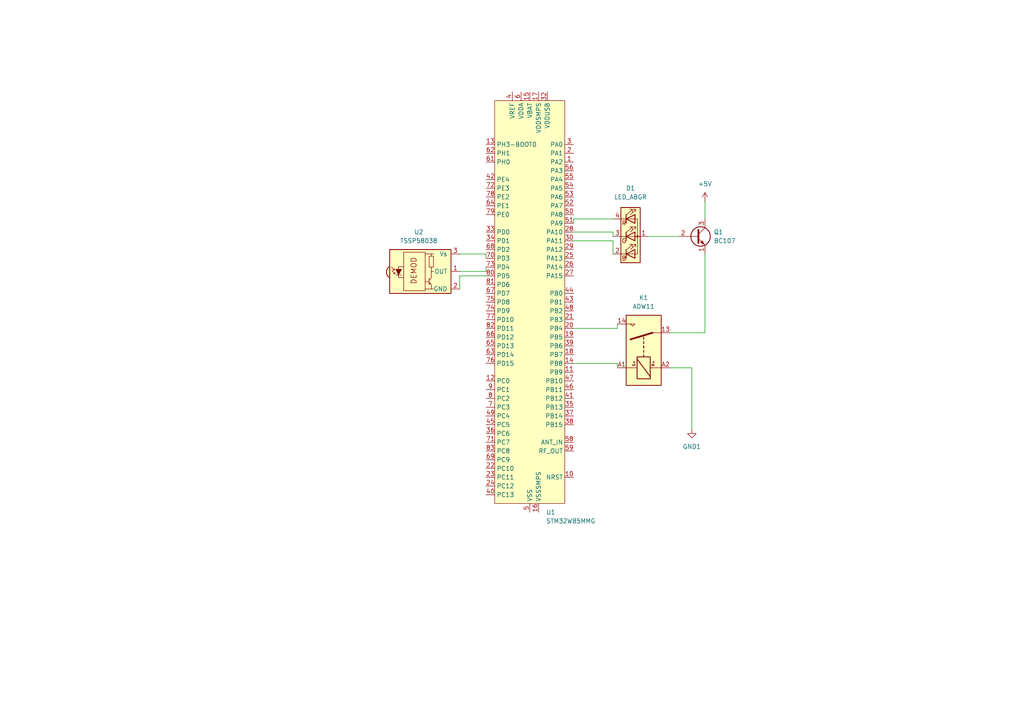
<source format=kicad_sch>
(kicad_sch (version 20250114) (generator "eeschema") (generator_version "9.0")
  (paper "A4")
  (lib_symbols
    (symbol "Device:LED_ABGR" (pin_names (offset 0) (hide yes))
      (property "Reference" "D" (at 0 9.398 0))
      (property "Value" "LED_ABGR" (at 0 -8.89 0))
      (symbol "LED_ABGR_0_0"
        (text "R" (at -1.905 3.81 0) (effects (font (size 1.27 1.27))))
        (text "G" (at -1.905 -1.27 0) (effects (font (size 1.27 1.27))))
        (text "B" (at -1.905 -6.35 0) (effects (font (size 1.27 1.27))))
      )
      (symbol "LED_ABGR_0_1"
        (polyline (pts (xy -1.27 6.35) (xy -1.27 3.81)) (stroke (width 0.254)))
        (polyline (pts (xy -1.27 6.35) (xy -1.27 3.81) (xy -1.27 3.81)))
        (polyline (pts (xy -1.27 5.08) (xy -2.54 5.08)))
        (polyline (pts (xy -1.27 5.08) (xy 1.27 5.08)))
        (polyline (pts (xy -1.27 1.27) (xy -1.27 -1.27)) (stroke (width 0.254)))
        (polyline (pts (xy -1.27 1.27) (xy -1.27 -1.27) (xy -1.27 -1.27)))
        (polyline (pts (xy -1.27 0) (xy -2.54 0)))
        (polyline (pts (xy -1.27 -3.81) (xy -1.27 -6.35)) (stroke (width 0.254)))
        (polyline (pts (xy -1.27 -5.08) (xy -2.54 -5.08)))
        (polyline (pts (xy -1.27 -5.08) (xy 1.27 -5.08)))
        (polyline (pts (xy -1.016 6.35) (xy 0.508 7.874) (xy -0.254 7.874) (xy 0.508 7.874) (xy 0.508 7.112)))
        (polyline (pts (xy -1.016 1.27) (xy 0.508 2.794) (xy -0.254 2.794) (xy 0.508 2.794) (xy 0.508 2.032)))
        (polyline (pts (xy -1.016 -3.81) (xy 0.508 -2.286) (xy -0.254 -2.286) (xy 0.508 -2.286) (xy 0.508 -3.048)))
        (polyline (pts (xy 0 6.35) (xy 1.524 7.874) (xy 0.762 7.874) (xy 1.524 7.874) (xy 1.524 7.112)))
        (polyline (pts (xy 0 1.27) (xy 1.524 2.794) (xy 0.762 2.794) (xy 1.524 2.794) (xy 1.524 2.032)))
        (polyline (pts (xy 0 -3.81) (xy 1.524 -2.286) (xy 0.762 -2.286) (xy 1.524 -2.286) (xy 1.524 -3.048)))
        (polyline (pts (xy 1.27 6.35) (xy 1.27 3.81) (xy -1.27 5.08) (xy 1.27 6.35)) (stroke (width 0.254)))
        (rectangle (start 1.27 6.35) (end 1.27 6.35))
        (rectangle (start 1.27 3.81) (end 1.27 6.35))
        (polyline (pts (xy 1.27 1.27) (xy 1.27 -1.27) (xy -1.27 0) (xy 1.27 1.27)) (stroke (width 0.254)))
        (rectangle (start 1.27 1.27) (end 1.27 1.27))
        (polyline (pts (xy 1.27 0) (xy -1.27 0)))
        (polyline (pts (xy 1.27 0) (xy 2.54 0)))
        (rectangle (start 1.27 -1.27) (end 1.27 1.27))
        (polyline (pts (xy 1.27 -3.81) (xy 1.27 -6.35) (xy -1.27 -5.08) (xy 1.27 -3.81)) (stroke (width 0.254)))
        (polyline (pts (xy 1.27 -5.08) (xy 2.032 -5.08) (xy 2.032 5.08) (xy 1.27 5.08)))
        (circle (center 2.032 0) (radius 0.254) (fill (type outline)))
        (rectangle (start 2.794 8.382) (end -2.794 -7.62) (stroke (width 0.254)) (fill (type background)))
      )
      (symbol "LED_ABGR_1_1"
        (pin passive line (at -5.08 5.08 0) (length 2.54) (name "RK") (number "4"))
        (pin passive line (at -5.08 0 0) (length 2.54) (name "GK") (number "3"))
        (pin passive line (at -5.08 -5.08 0) (length 2.54) (name "BK") (number "2"))
        (pin passive line (at 5.08 0 180) (length 2.54) (name "A") (number "1"))
      )
    )
    (symbol "RF_Module:STM32WB5MMG"
      (property "Reference" "U" (at 7.62 59.69 0))
      (property "Value" "STM32WB5MMG" (at 10.16 -59.69 0))
      (symbol "STM32WB5MMG_1_1"
        (rectangle (start -10.16 58.42) (end 10.16 -58.42) (fill (type background)))
        (pin bidirectional line (at -12.7 45.72 0) (length 2.54) (name "PH3-BOOT0") (number "13"))
        (pin bidirectional line (at -12.7 43.18 0) (length 2.54) (name "PH1") (number "62"))
        (pin bidirectional line (at -12.7 40.64 0) (length 2.54) (name "PH0") (number "61"))
        (pin bidirectional line (at -12.7 35.56 0) (length 2.54) (name "PE4") (number "42"))
        (pin bidirectional line (at -12.7 33.02 0) (length 2.54) (name "PE3") (number "72"))
        (pin bidirectional line (at -12.7 30.48 0) (length 2.54) (name "PE2") (number "78"))
        (pin bidirectional line (at -12.7 27.94 0) (length 2.54) (name "PE1") (number "64"))
        (pin bidirectional line (at -12.7 25.4 0) (length 2.54) (name "PE0") (number "79"))
        (pin bidirectional line (at -12.7 20.32 0) (length 2.54) (name "PD0") (number "33"))
        (pin bidirectional line (at -12.7 17.78 0) (length 2.54) (name "PD1") (number "34"))
        (pin bidirectional line (at -12.7 15.24 0) (length 2.54) (name "PD2") (number "68"))
        (pin bidirectional line (at -12.7 12.7 0) (length 2.54) (name "PD3") (number "70"))
        (pin bidirectional line (at -12.7 10.16 0) (length 2.54) (name "PD4") (number "73"))
        (pin bidirectional line (at -12.7 7.62 0) (length 2.54) (name "PD5") (number "80"))
        (pin bidirectional line (at -12.7 5.08 0) (length 2.54) (name "PD6") (number "81"))
        (pin bidirectional line (at -12.7 2.54 0) (length 2.54) (name "PD7") (number "67"))
        (pin bidirectional line (at -12.7 0 0) (length 2.54) (name "PD8") (number "75"))
        (pin bidirectional line (at -12.7 -2.54 0) (length 2.54) (name "PD9") (number "74"))
        (pin bidirectional line (at -12.7 -5.08 0) (length 2.54) (name "PD10") (number "77"))
        (pin bidirectional line (at -12.7 -7.62 0) (length 2.54) (name "PD11") (number "82"))
        (pin bidirectional line (at -12.7 -10.16 0) (length 2.54) (name "PD12") (number "66"))
        (pin bidirectional line (at -12.7 -12.7 0) (length 2.54) (name "PD13") (number "65"))
        (pin bidirectional line (at -12.7 -15.24 0) (length 2.54) (name "PD14") (number "63"))
        (pin bidirectional line (at -12.7 -17.78 0) (length 2.54) (name "PD15") (number "76"))
        (pin bidirectional line (at -12.7 -22.86 0) (length 2.54) (name "PC0") (number "12"))
        (pin bidirectional line (at -12.7 -25.4 0) (length 2.54) (name "PC1") (number "9"))
        (pin bidirectional line (at -12.7 -27.94 0) (length 2.54) (name "PC2") (number "8"))
        (pin bidirectional line (at -12.7 -30.48 0) (length 2.54) (name "PC3") (number "7"))
        (pin bidirectional line (at -12.7 -33.02 0) (length 2.54) (name "PC4") (number "49"))
        (pin bidirectional line (at -12.7 -35.56 0) (length 2.54) (name "PC5") (number "45"))
        (pin bidirectional line (at -12.7 -38.1 0) (length 2.54) (name "PC6") (number "36"))
        (pin bidirectional line (at -12.7 -40.64 0) (length 2.54) (name "PC7") (number "71"))
        (pin bidirectional line (at -12.7 -43.18 0) (length 2.54) (name "PC8") (number "83"))
        (pin bidirectional line (at -12.7 -45.72 0) (length 2.54) (name "PC9") (number "69"))
        (pin bidirectional line (at -12.7 -48.26 0) (length 2.54) (name "PC10") (number "22"))
        (pin bidirectional line (at -12.7 -50.8 0) (length 2.54) (name "PC11") (number "23"))
        (pin bidirectional line (at -12.7 -53.34 0) (length 2.54) (name "PC12") (number "24"))
        (pin bidirectional line (at -12.7 -55.88 0) (length 2.54) (name "PC13") (number "40"))
        (pin input line (at -5.08 60.96 270) (length 2.54) (name "VREF") (number "4"))
        (pin power_in line (at -2.54 60.96 270) (length 2.54) (name "VDDA") (number "6"))
        (pin power_in line (at 0 60.96 270) (length 2.54) (name "VBAT") (number "15"))
        (pin passive line (at 0 -60.96 90) (length 2.54) (hide yes) (name "VSS") (number "31"))
        (pin power_in line (at 0 -60.96 90) (length 2.54) (name "VSS") (number "5"))
        (pin passive line (at 0 -60.96 90) (length 2.54) (hide yes) (name "VSS") (number "57"))
        (pin passive line (at 0 -60.96 90) (length 2.54) (hide yes) (name "VSS") (number "60"))
        (pin passive line (at 0 -60.96 90) (length 2.54) (hide yes) (name "VSS") (number "84"))
        (pin passive line (at 0 -60.96 90) (length 2.54) (hide yes) (name "VSS") (number "86"))
        (pin power_in line (at 2.54 60.96 270) (length 2.54) (name "VDDSMPS") (number "17"))
        (pin power_in line (at 2.54 -60.96 90) (length 2.54) (name "VSSSMPS") (number "16"))
        (pin power_in line (at 5.08 60.96 270) (length 2.54) (name "VDDUSB") (number "32"))
        (pin no_connect line (at 10.16 -45.72 180) (length 2.54) (hide yes) (name "ANT_NC") (number "85"))
        (pin bidirectional line (at 12.7 45.72 180) (length 2.54) (name "PA0") (number "3"))
        (pin bidirectional line (at 12.7 43.18 180) (length 2.54) (name "PA1") (number "2"))
        (pin bidirectional line (at 12.7 40.64 180) (length 2.54) (name "PA2") (number "1"))
        (pin bidirectional line (at 12.7 38.1 180) (length 2.54) (name "PA3") (number "56"))
        (pin bidirectional line (at 12.7 35.56 180) (length 2.54) (name "PA4") (number "55"))
        (pin bidirectional line (at 12.7 33.02 180) (length 2.54) (name "PA5") (number "54"))
        (pin bidirectional line (at 12.7 30.48 180) (length 2.54) (name "PA6") (number "53"))
        (pin bidirectional line (at 12.7 27.94 180) (length 2.54) (name "PA7") (number "52"))
        (pin bidirectional line (at 12.7 25.4 180) (length 2.54) (name "PA8") (number "50"))
        (pin bidirectional line (at 12.7 22.86 180) (length 2.54) (name "PA9") (number "51"))
        (pin bidirectional line (at 12.7 20.32 180) (length 2.54) (name "PA10") (number "28"))
        (pin bidirectional line (at 12.7 17.78 180) (length 2.54) (name "PA11") (number "30"))
        (pin bidirectional line (at 12.7 15.24 180) (length 2.54) (name "PA12") (number "29"))
        (pin bidirectional line (at 12.7 12.7 180) (length 2.54) (name "PA13") (number "25"))
        (pin bidirectional line (at 12.7 10.16 180) (length 2.54) (name "PA14") (number "26"))
        (pin bidirectional line (at 12.7 7.62 180) (length 2.54) (name "PA15") (number "27"))
        (pin bidirectional line (at 12.7 2.54 180) (length 2.54) (name "PB0") (number "44"))
        (pin bidirectional line (at 12.7 0 180) (length 2.54) (name "PB1") (number "43"))
        (pin bidirectional line (at 12.7 -2.54 180) (length 2.54) (name "PB2") (number "48"))
        (pin bidirectional line (at 12.7 -5.08 180) (length 2.54) (name "PB3") (number "21"))
        (pin bidirectional line (at 12.7 -7.62 180) (length 2.54) (name "PB4") (number "20"))
        (pin bidirectional line (at 12.7 -10.16 180) (length 2.54) (name "PB5") (number "19"))
        (pin bidirectional line (at 12.7 -12.7 180) (length 2.54) (name "PB6") (number "39"))
        (pin bidirectional line (at 12.7 -15.24 180) (length 2.54) (name "PB7") (number "18"))
        (pin bidirectional line (at 12.7 -17.78 180) (length 2.54) (name "PB8") (number "14"))
        (pin bidirectional line (at 12.7 -20.32 180) (length 2.54) (name "PB9") (number "11"))
        (pin bidirectional line (at 12.7 -22.86 180) (length 2.54) (name "PB10") (number "47"))
        (pin bidirectional line (at 12.7 -25.4 180) (length 2.54) (name "PB11") (number "46"))
        (pin bidirectional line (at 12.7 -27.94 180) (length 2.54) (name "PB12") (number "41"))
        (pin bidirectional line (at 12.7 -30.48 180) (length 2.54) (name "PB13") (number "35"))
        (pin bidirectional line (at 12.7 -33.02 180) (length 2.54) (name "PB14") (number "37"))
        (pin bidirectional line (at 12.7 -35.56 180) (length 2.54) (name "PB15") (number "38"))
        (pin passive line (at 12.7 -40.64 180) (length 2.54) (name "ANT_IN") (number "58"))
        (pin passive line (at 12.7 -43.18 180) (length 2.54) (name "RF_OUT") (number "59"))
        (pin input line (at 12.7 -50.8 180) (length 2.54) (name "NRST") (number "10"))
      )
    )
    (symbol "Relay:ADW11"
      (property "Reference" "K" (at 12.065 3.81 0))
      (property "Value" "ADW11" (at 11.43 1.27 0))
      (symbol "ADW11_1_1"
        (rectangle (start -10.16 5.08) (end 10.16 -5.08) (stroke (width 0.254)) (fill (type background)))
        (rectangle (start -8.255 1.905) (end -1.905 -1.905) (stroke (width 0.254)))
        (polyline (pts (xy -7.62 -1.905) (xy -2.54 1.905)) (stroke (width 0.254)))
        (polyline (pts (xy -5.08 5.08) (xy -5.08 1.905)))
        (polyline (pts (xy -5.08 -5.08) (xy -5.08 -1.905)))
        (polyline (pts (xy -1.905 0) (xy -1.27 0)) (stroke (width 0.254)))
        (polyline (pts (xy -0.635 0) (xy 0 0)) (stroke (width 0.254)))
        (polyline (pts (xy 0.635 0) (xy 1.27 0)) (stroke (width 0.254)))
        (polyline (pts (xy 0.635 0) (xy 1.27 0)) (stroke (width 0.254)))
        (polyline (pts (xy 1.905 0) (xy 2.54 0)) (stroke (width 0.254)))
        (polyline (pts (xy 3.175 0) (xy 3.81 0)) (stroke (width 0.254)))
        (polyline (pts (xy 5.08 -2.54) (xy 3.175 3.81)) (stroke (width 0.508)))
        (polyline (pts (xy 5.08 -2.54) (xy 5.08 -5.08)))
        (polyline (pts (xy 7.62 3.81) (xy 7.62 5.08)))
        (polyline (pts (xy 7.62 3.81) (xy 7.62 2.54) (xy 6.985 3.175) (xy 7.62 3.81)))
        (text "S+" (at -3.81 2.794 0) (effects (font (size 0.762 0.762))))
        (text "R+" (at -3.81 -2.794 0) (effects (font (size 0.762 0.762))))
        (pin passive line (at -5.08 7.62 270) (length 2.54) (name "~") (number "A1"))
        (pin passive line (at -5.08 -7.62 90) (length 2.54) (name "~") (number "A2"))
        (pin passive line (at 5.08 -7.62 90) (length 2.54) (name "~") (number "13"))
        (pin passive line (at 7.62 7.62 270) (length 2.54) (name "~") (number "14"))
      )
    )
    (symbol "Sensor_Proximity:TSSP58038" (pin_names (offset 1.016))
      (property "Reference" "U" (at -10.16 7.62 0))
      (property "Value" "TSSP58038" (at -10.16 -7.62 0))
      (symbol "TSSP58038_0_0"
        (arc (start -10.287 -1.778) (mid -11.0899 -0.1905) (end -10.287 1.397) (stroke (width 0.254)) (fill (type background)))
        (polyline (pts (xy 1.905 5.08) (xy 0.127 5.08)))
        (polyline (pts (xy 1.905 -5.08) (xy 0.127 -5.08)))
        (text "DEMOD" (at -3.175 0.254 900) (effects (font (size 1.524 1.524))))
      )
      (symbol "TSSP58038_0_1"
        (polyline (pts (xy -8.763 0.381) (xy -9.652 1.27)))
        (polyline (pts (xy -8.763 0.381) (xy -9.271 0.381)))
        (polyline (pts (xy -8.763 0.381) (xy -8.763 0.889)))
        (polyline (pts (xy -8.636 -0.635) (xy -9.525 0.254)))
        (polyline (pts (xy -8.636 -0.635) (xy -9.144 -0.635)))
        (polyline (pts (xy -8.636 -0.635) (xy -8.636 -0.127)))
        (polyline (pts (xy -8.382 0.635) (xy -6.731 0.635) (xy -7.62 -1.016) (xy -8.382 0.635)) (fill (type outline)))
        (polyline (pts (xy -8.382 -1.016) (xy -6.731 -1.016)))
        (rectangle (start -6.096 5.588) (end 0.127 -5.588))
        (polyline (pts (xy -6.096 1.397) (xy -7.62 1.397) (xy -7.62 -1.778) (xy -6.096 -1.778)))
        (polyline (pts (xy 1.27 -1.905) (xy 1.27 -3.81)))
        (polyline (pts (xy 1.27 -2.54) (xy 1.905 -1.905) (xy 1.905 0) (xy 2.54 0)))
        (polyline (pts (xy 1.27 -2.921) (xy 0.127 -2.921)))
        (polyline (pts (xy 1.27 -3.175) (xy 1.905 -3.81) (xy 1.905 -5.08) (xy 2.54 -5.08)))
        (polyline (pts (xy 1.397 -3.556) (xy 1.524 -3.556)))
        (polyline (pts (xy 1.651 -3.556) (xy 1.524 -3.556)))
        (polyline (pts (xy 1.651 -3.556) (xy 1.651 -3.302)))
        (polyline (pts (xy 1.905 4.445) (xy 1.905 5.08) (xy 2.54 5.08)))
        (polyline (pts (xy 1.905 0) (xy 1.905 1.27)))
        (rectangle (start 2.54 1.27) (end 1.27 4.445))
        (rectangle (start 7.62 6.35) (end -10.16 -6.35) (stroke (width 0.254)) (fill (type background)))
      )
      (symbol "TSSP58038_1_1"
        (pin power_in line (at 10.16 5.08 180) (length 2.54) (name "Vs") (number "3"))
        (pin output line (at 10.16 0 180) (length 2.54) (name "OUT") (number "1"))
        (pin power_in line (at 10.16 -5.08 180) (length 2.54) (name "GND") (number "2"))
      )
    )
    (symbol "Transistor_BJT:BC107" (pin_names (offset 0) (hide yes))
      (property "Reference" "Q" (at 5.08 1.905 0))
      (property "Value" "BC107" (at 5.08 0 0))
      (symbol "BC107_0_1"
        (polyline (pts (xy -2.54 0) (xy 0.635 0)))
        (polyline (pts (xy 0.635 1.905) (xy 0.635 -1.905)) (stroke (width 0.508)))
        (circle (center 1.27 0) (radius 2.8194) (stroke (width 0.254)))
      )
      (symbol "BC107_1_1"
        (polyline (pts (xy 0.635 0.635) (xy 2.54 2.54)))
        (polyline (pts (xy 0.635 -0.635) (xy 2.54 -2.54)))
        (polyline (pts (xy 1.27 -1.778) (xy 1.778 -1.27) (xy 2.286 -2.286) (xy 1.27 -1.778)) (fill (type outline)))
        (pin input line (at -5.08 0 0) (length 2.54) (name "B") (number "2"))
        (pin passive line (at 2.54 5.08 270) (length 2.54) (name "C") (number "3"))
        (pin passive line (at 2.54 -5.08 90) (length 2.54) (name "E") (number "1"))
      )
    )
    (symbol "power:+5V" (power) (pin_numbers (hide yes)) (pin_names (offset 0) (hide yes))
      (property "Value" "+5V" (at 0 3.556 0))
      (symbol "+5V_0_1"
        (polyline (pts (xy -0.762 1.27) (xy 0 2.54)))
        (polyline (pts (xy 0 2.54) (xy 0.762 1.27)))
        (polyline (pts (xy 0 0) (xy 0 2.54)))
      )
      (symbol "+5V_1_1"
        (pin power_in line (at 0 0 90) (length 0) (name "~") (number "1"))
      )
    )
    (symbol "power:GND1" (power) (pin_numbers (hide yes)) (pin_names (offset 0) (hide yes))
      (property "Value" "GND1" (at 0 -3.81 0))
      (symbol "GND1_0_1"
        (polyline (pts (xy 0 0) (xy 0 -1.27) (xy 1.27 -1.27) (xy 0 -2.54) (xy -1.27 -1.27) (xy 0 -1.27)))
      )
      (symbol "GND1_1_1"
        (pin power_in line (at 0 0 270) (length 0) (name "~") (number "1"))
      )
    )
  )
  (wire (pts (xy 133.35 78.74) (xy 140.97 78.74)))
  (wire (pts (xy 194.31 106.68) (xy 200.66 106.68)))
  (wire (pts (xy 179.07 105.41) (xy 179.07 106.68)))
  (wire (pts (xy 133.35 83.82) (xy 133.35 80.01)))
  (wire (pts (xy 177.8 67.31) (xy 177.8 68.58)))
  (wire (pts (xy 187.96 68.58) (xy 196.85 68.58)))
  (wire (pts (xy 166.37 67.31) (xy 177.8 67.31)))
  (wire (pts (xy 204.47 58.42) (xy 204.47 63.5)))
  (wire (pts (xy 179.07 95.25) (xy 179.07 93.98)))
  (wire (pts (xy 166.37 69.85) (xy 177.8 69.85)))
  (wire (pts (xy 166.37 95.25) (xy 179.07 95.25)))
  (wire (pts (xy 140.97 73.66) (xy 140.97 74.93)))
  (wire (pts (xy 133.35 80.01) (xy 140.97 80.01)))
  (wire (pts (xy 166.37 105.41) (xy 179.07 105.41)))
  (wire (pts (xy 200.66 106.68) (xy 200.66 124.46)))
  (wire (pts (xy 140.97 78.74) (xy 140.97 77.47)))
  (wire (pts (xy 177.8 63.5) (xy 166.37 63.5)))
  (wire (pts (xy 194.31 96.52) (xy 204.47 96.52)))
  (wire (pts (xy 133.35 73.66) (xy 140.97 73.66)))
  (wire (pts (xy 204.47 96.52) (xy 204.47 73.66)))
  (wire (pts (xy 166.37 63.5) (xy 166.37 64.77)))
  (wire (pts (xy 177.8 69.85) (xy 177.8 73.66)))
  (symbol (lib_id "Device:LED_ABGR") (at 182.88 68.58 0) (unit 1)
    (property "Reference" "D1" (at 182.88 54.61 0))
    (property "Value" "LED_ABGR" (at 182.88 57.15 0))
    (property "Footprint" "LED_SMD:LED_Cree-PLCC4_5x5mm_CW" (effects (hide yes)))
    (property "Description" "RGB LED, anode/blue/green/red" (effects (hide yes)))
  )
  (symbol (lib_id "power:GND1") (at 200.66 124.46 0) (unit 1)
    (property "Reference" "#PWR02" (effects (hide yes)))
    (property "Value" "GND1" (at 200.66 129.54 0))
    (property "Description" "Power symbol creates a global label with name \"GND1\" , ground" (effects (hide yes)))
  )
  (symbol (lib_id "power:+5V") (at 204.47 58.42 0) (unit 1)
    (property "Reference" "#PWR01" (effects (hide yes)))
    (property "Value" "+5V" (at 204.47 53.34 0))
    (property "Description" "Power symbol creates a global label with name \"+5V\"" (effects (hide yes)))
  )
  (symbol (lib_id "Relay:ADW11") (at 186.69 101.6 90) (unit 1)
    (property "Reference" "K1" (at 186.69 86.36 90))
    (property "Value" "ADW11" (at 186.69 88.9 90))
    (property "Footprint" "Relay_THT:Relay_SPST_Panasonic_ADW11" (effects (hide yes)))
    (property "Datasheet" "https://api.pim.na.industrial.panasonic.com/file_stream/main/fileversion/270" (effects (hide yes)))
    (property "Description" "Panasonic, 8A/16A, Small Polarized Latching Power Relays, Single coil, 1 Form A" (effects (hide yes)))
  )
  (symbol (lib_id "Sensor_Proximity:TSSP58038") (at 123.19 78.74 0) (unit 1)
    (property "Reference" "U2" (at 121.455 67.31 0))
    (property "Value" "TSSP58038" (at 121.455 69.85 0))
    (property "Footprint" "OptoDevice:Vishay_MINICAST-3Pin" (effects (hide yes)))
    (property "Datasheet" "http://www.vishay.com/docs/82476/tssp58p38.pdf" (effects (hide yes)))
    (property "Description" "IR Detector for Mid Range Proximity Sensor" (effects (hide yes)))
  )
  (symbol (lib_id "Transistor_BJT:BC107") (at 201.93 68.58 0) (unit 1)
    (property "Reference" "Q1" (at 207.01 67.3099 0) (effects (justify left)))
    (property "Value" "BC107" (at 207.01 69.8499 0) (effects (justify left)))
    (property "Footprint" "Package_TO_SOT_THT:TO-18-3" (effects (hide yes)))
    (property "Datasheet" "http://www.b-kainka.de/Daten/Transistor/BC108.pdf" (effects (hide yes)))
    (property "Description" "0.1A Ic, 50V Vce, Low Noise General Purpose NPN Transistor, TO-18" (effects (hide yes)))
  )
  (symbol (lib_id "RF_Module:STM32WB5MMG") (at 153.67 87.63 0) (unit 1)
    (property "Reference" "U1" (at 158.3533 148.59 0) (effects (justify left)))
    (property "Value" "STM32WB5MMG" (at 158.3533 151.13 0) (effects (justify left)))
    (property "Footprint" "RF_Module:ST-SiP-LGA-86-11x7.3mm" (effects (hide yes)))
    (property "Datasheet" "https://www.st.com/resource/en/datasheet/stm32wb5mmg.pdf" (effects (hide yes)))
    (property "Description" "ST Microelectronics STM32WB55VG ARM Cortex Bluetooth Low Energy 5.0, Zigbee and 802.15.4 module, 1 MB Flash, 256kb RAM, Fully integrated BOM" (effects (hide yes)))
  )
)
</source>
